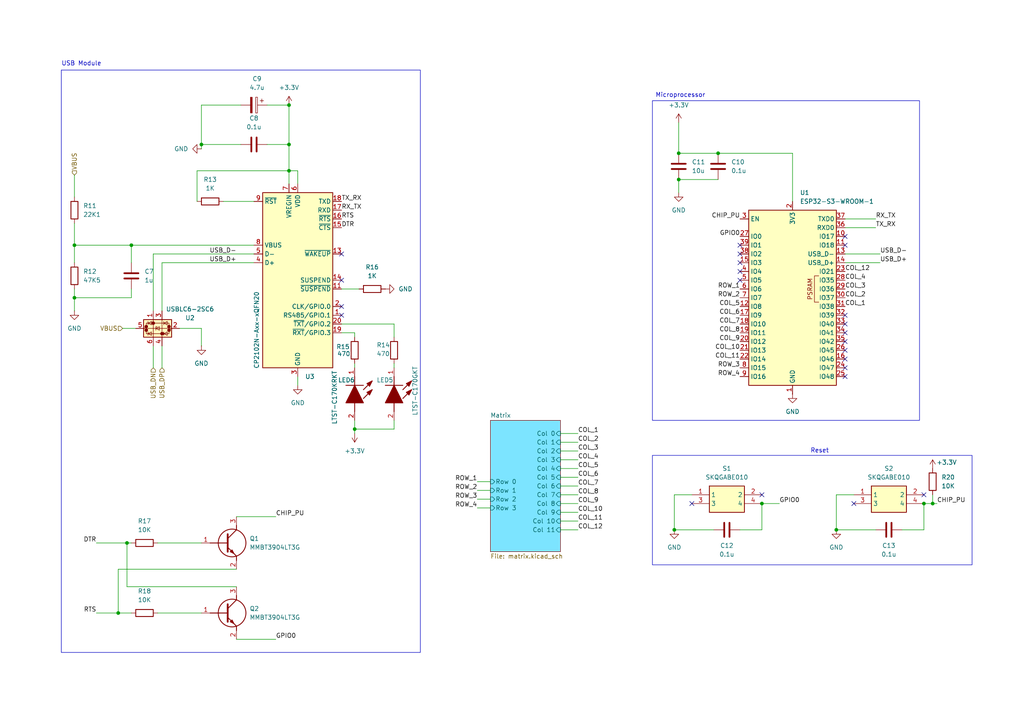
<source format=kicad_sch>
(kicad_sch (version 20250114) (generator "eeschema") (generator_version "9.0")
  (paper "A4")
  (lib_symbols
    (symbol "Device:C" (pin_numbers (hide yes)) (pin_names (offset 0.254))
      (property "Reference" "C" (at 0.635 2.54 0))
      (property "Value" "C" (at 0.635 -2.54 0))
      (symbol "C_0_1"
        (polyline (pts (xy -2.032 0.762) (xy 2.032 0.762)) (stroke (width 0.508)))
        (polyline (pts (xy -2.032 -0.762) (xy 2.032 -0.762)) (stroke (width 0.508)))
      )
      (symbol "C_1_1"
        (pin passive line (at 0 3.81 270) (length 2.794) (name "~") (number "1"))
        (pin passive line (at 0 -3.81 90) (length 2.794) (name "~") (number "2"))
      )
    )
    (symbol "Device:C_Polarized" (pin_numbers (hide yes)) (pin_names (offset 0.254))
      (property "Reference" "C" (at 0.635 2.54 0))
      (property "Value" "C_Polarized" (at 0.635 -2.54 0))
      (symbol "C_Polarized_0_1"
        (rectangle (start -2.286 0.508) (end 2.286 1.016))
        (polyline (pts (xy -1.778 2.286) (xy -0.762 2.286)))
        (polyline (pts (xy -1.27 2.794) (xy -1.27 1.778)))
        (rectangle (start 2.286 -0.508) (end -2.286 -1.016) (fill (type outline)))
      )
      (symbol "C_Polarized_1_1"
        (pin passive line (at 0 3.81 270) (length 2.794) (name "~") (number "1"))
        (pin passive line (at 0 -3.81 90) (length 2.794) (name "~") (number "2"))
      )
    )
    (symbol "Device:R" (pin_numbers (hide yes)) (pin_names (offset 0))
      (property "Reference" "R" (at 2.032 0 90))
      (property "Value" "R" (at 0 0 90))
      (symbol "R_0_1"
        (rectangle (start -1.016 -2.54) (end 1.016 2.54) (stroke (width 0.254)))
      )
      (symbol "R_1_1"
        (pin passive line (at 0 3.81 270) (length 1.27) (name "~") (number "1"))
        (pin passive line (at 0 -3.81 90) (length 1.27) (name "~") (number "2"))
      )
    )
    (symbol "Interface_USB:CP2102N-Axx-xQFN20"
      (property "Reference" "U" (at -8.89 26.67 0))
      (property "Value" "CP2102N-Axx-xQFN20" (at 12.7 26.67 0))
      (symbol "CP2102N-Axx-xQFN20_0_1"
        (rectangle (start -10.16 25.4) (end 10.16 -25.4) (stroke (width 0.254)) (fill (type background)))
      )
      (symbol "CP2102N-Axx-xQFN20_1_1"
        (pin input line (at -12.7 22.86 0) (length 2.54) (name "~{RST}") (number "9"))
        (pin input line (at -12.7 10.16 0) (length 2.54) (name "VBUS") (number "8"))
        (pin bidirectional line (at -12.7 7.62 0) (length 2.54) (name "D-") (number "5"))
        (pin bidirectional line (at -12.7 5.08 0) (length 2.54) (name "D+") (number "4"))
        (pin no_connect line (at -10.16 -22.86 0) (length 2.54) (hide yes) (name "NC") (number "10"))
        (pin power_in line (at -2.54 27.94 270) (length 2.54) (name "VREGIN") (number "7"))
        (pin power_in line (at 0 27.94 270) (length 2.54) (name "VDD") (number "6"))
        (pin passive line (at 0 -27.94 90) (length 2.54) (hide yes) (name "GND") (number "12"))
        (pin passive line (at 0 -27.94 90) (length 2.54) (hide yes) (name "GND") (number "21"))
        (pin power_in line (at 0 -27.94 90) (length 2.54) (name "GND") (number "3"))
        (pin output line (at 12.7 22.86 180) (length 2.54) (name "TXD") (number "18"))
        (pin input line (at 12.7 20.32 180) (length 2.54) (name "RXD") (number "17"))
        (pin output line (at 12.7 17.78 180) (length 2.54) (name "~{RTS}") (number "16"))
        (pin input line (at 12.7 15.24 180) (length 2.54) (name "~{CTS}") (number "15"))
        (pin input line (at 12.7 7.62 180) (length 2.54) (name "~{WAKEUP}") (number "13"))
        (pin output line (at 12.7 0 180) (length 2.54) (name "SUSPEND") (number "14"))
        (pin output line (at 12.7 -2.54 180) (length 2.54) (name "~{SUSPEND}") (number "11"))
        (pin bidirectional line (at 12.7 -7.62 180) (length 2.54) (name "CLK/GPIO.0") (number "2"))
        (pin bidirectional line (at 12.7 -10.16 180) (length 2.54) (name "RS485/GPIO.1") (number "1"))
        (pin bidirectional line (at 12.7 -12.7 180) (length 2.54) (name "~{TXT}/GPIO.2") (number "20"))
        (pin bidirectional line (at 12.7 -15.24 180) (length 2.54) (name "~{RXT}/GPIO.3") (number "19"))
      )
    )
    (symbol "LTST-C170GKT:LTST-C170GKT" (pin_names (hide yes))
      (property "Reference" "LED" (at 12.7 8.89 0))
      (property "Value" "LTST-C170GKT" (at 12.7 6.35 0))
      (symbol "LTST-C170GKT_1_1"
        (polyline (pts (xy 2.54 0) (xy 5.08 0)) (stroke (width 0.254)))
        (polyline (pts (xy 5.08 2.54) (xy 5.08 -2.54)) (stroke (width 0.254)))
        (polyline (pts (xy 5.08 0) (xy 10.16 2.54) (xy 10.16 -2.54) (xy 5.08 0)) (stroke (width 0.254)) (fill (type outline)))
        (polyline (pts (xy 5.334 4.318) (xy 4.572 3.556) (xy 3.81 5.08) (xy 5.334 4.318)) (stroke (width 0.254)) (fill (type outline)))
        (polyline (pts (xy 6.35 2.54) (xy 3.81 5.08)) (stroke (width 0.254)))
        (polyline (pts (xy 7.874 4.318) (xy 7.112 3.556) (xy 6.35 5.08) (xy 7.874 4.318)) (stroke (width 0.254)) (fill (type outline)))
        (polyline (pts (xy 8.89 2.54) (xy 6.35 5.08)) (stroke (width 0.254)))
        (polyline (pts (xy 10.16 0) (xy 12.7 0)) (stroke (width 0.254)))
        (pin passive line (at 0 0 0) (length 2.54) (name "K") (number "1"))
        (pin passive line (at 15.24 0 180) (length 2.54) (name "A") (number "2"))
      )
    )
    (symbol "LTST-C170KRKT:LTST-C170KRKT" (pin_names (hide yes))
      (property "Reference" "LED" (at 12.7 8.89 0))
      (property "Value" "LTST-C170KRKT" (at 12.7 6.35 0))
      (symbol "LTST-C170KRKT_1_1"
        (polyline (pts (xy 2.54 0) (xy 5.08 0)) (stroke (width 0.254)))
        (polyline (pts (xy 5.08 2.54) (xy 5.08 -2.54)) (stroke (width 0.254)))
        (polyline (pts (xy 5.08 0) (xy 10.16 2.54) (xy 10.16 -2.54) (xy 5.08 0)) (stroke (width 0.254)) (fill (type outline)))
        (polyline (pts (xy 5.334 4.318) (xy 4.572 3.556) (xy 3.81 5.08) (xy 5.334 4.318)) (stroke (width 0.254)) (fill (type outline)))
        (polyline (pts (xy 6.35 2.54) (xy 3.81 5.08)) (stroke (width 0.254)))
        (polyline (pts (xy 7.874 4.318) (xy 7.112 3.556) (xy 6.35 5.08) (xy 7.874 4.318)) (stroke (width 0.254)) (fill (type outline)))
        (polyline (pts (xy 8.89 2.54) (xy 6.35 5.08)) (stroke (width 0.254)))
        (polyline (pts (xy 10.16 0) (xy 12.7 0)) (stroke (width 0.254)))
        (pin passive line (at 0 0 0) (length 2.54) (name "K") (number "1"))
        (pin passive line (at 15.24 0 180) (length 2.54) (name "A") (number "2"))
      )
    )
    (symbol "MMBT3904LT3G:MMBT3904LT3G" (pin_names (hide yes))
      (property "Reference" "Q" (at 13.97 1.27 0))
      (property "Value" "MMBT3904LT3G" (at 13.97 -1.27 0))
      (symbol "MMBT3904LT3G_1_1"
        (polyline (pts (xy 2.54 0) (xy 7.62 0)) (stroke (width 0.254)))
        (polyline (pts (xy 7.62 2.54) (xy 7.62 -2.54)) (stroke (width 0.508)))
        (polyline (pts (xy 7.62 1.27) (xy 10.16 3.81)) (stroke (width 0.254)))
        (polyline (pts (xy 7.62 -1.27) (xy 10.16 -3.81)) (stroke (width 0.254)))
        (polyline (pts (xy 8.382 -2.54) (xy 8.89 -2.032) (xy 9.398 -3.048) (xy 8.382 -2.54)) (stroke (width 0.254)) (fill (type outline)))
        (circle (center 8.89 0) (radius 4.016) (stroke (width 0.254)))
        (polyline (pts (xy 10.16 3.81) (xy 10.16 5.08)) (stroke (width 0.254)))
        (polyline (pts (xy 10.16 -3.81) (xy 10.16 -5.08)) (stroke (width 0.254)))
        (pin passive line (at 0 0 0) (length 2.54) (name "B") (number "1"))
        (pin passive line (at 10.16 7.62 270) (length 2.54) (name "C") (number "3"))
        (pin passive line (at 10.16 -7.62 90) (length 2.54) (name "E") (number "2"))
      )
    )
    (symbol "Power_Protection:USBLC6-2SC6" (pin_names (hide yes))
      (property "Reference" "U" (at 0.635 5.715 0))
      (property "Value" "USBLC6-2SC6" (at 0.635 3.81 0))
      (symbol "USBLC6-2SC6_0_0"
        (circle (center -1.524 0) (radius 0.0001) (stroke (width 0.508)))
        (circle (center -0.508 2.032) (radius 0.0001) (stroke (width 0.508)))
        (circle (center -0.508 -4.572) (radius 0.0001) (stroke (width 0.508)))
        (circle (center 0.508 2.032) (radius 0.0001) (stroke (width 0.508)))
        (circle (center 0.508 -4.572) (radius 0.0001) (stroke (width 0.508)))
        (circle (center 1.524 -2.54) (radius 0.0001) (stroke (width 0.508)))
      )
      (symbol "USBLC6-2SC6_0_1"
        (polyline (pts (xy -2.54 0) (xy 2.54 0)))
        (polyline (pts (xy -2.54 -2.54) (xy 2.54 -2.54)))
        (polyline (pts (xy -2.032 0.508) (xy -1.016 0.508) (xy -1.524 1.524) (xy -2.032 0.508)))
        (polyline (pts (xy -2.032 -3.048) (xy -1.016 -3.048)))
        (polyline (pts (xy -1.016 1.524) (xy -2.032 1.524)))
        (polyline (pts (xy -1.016 -4.064) (xy -2.032 -4.064) (xy -1.524 -3.048) (xy -1.016 -4.064)))
        (polyline (pts (xy -0.508 -1.143) (xy -0.508 -0.762) (xy 0.508 -0.762)))
        (polyline (pts (xy 0 2.54) (xy -0.508 2.032) (xy 0.508 2.032) (xy 0 1.524) (xy 0 -4.064) (xy -0.508 -4.572) (xy 0.508 -4.572) (xy 0 -5.08)))
        (polyline (pts (xy 0.508 -1.778) (xy -0.508 -1.778) (xy 0 -0.762) (xy 0.508 -1.778)))
        (polyline (pts (xy 1.016 1.524) (xy 2.032 1.524)))
        (polyline (pts (xy 1.016 -3.048) (xy 2.032 -3.048)))
        (polyline (pts (xy 2.032 0.508) (xy 1.016 0.508) (xy 1.524 1.524) (xy 2.032 0.508)))
        (polyline (pts (xy 2.032 -4.064) (xy 1.016 -4.064) (xy 1.524 -3.048) (xy 2.032 -4.064)))
      )
      (symbol "USBLC6-2SC6_1_1"
        (rectangle (start -2.54 2.794) (end 2.54 -5.334) (stroke (width 0.254)) (fill (type background)))
        (polyline (pts (xy -0.508 2.032) (xy -1.524 2.032) (xy -1.524 -4.572) (xy -0.508 -4.572)))
        (polyline (pts (xy 0.508 -4.572) (xy 1.524 -4.572) (xy 1.524 2.032) (xy 0.508 2.032)))
        (pin passive line (at -5.08 0 0) (length 2.54) (name "I/O1") (number "1"))
        (pin passive line (at -5.08 -2.54 0) (length 2.54) (name "I/O2") (number "3"))
        (pin passive line (at 0 5.08 270) (length 2.54) (name "VBUS") (number "5"))
        (pin passive line (at 0 -7.62 90) (length 2.54) (name "GND") (number "2"))
        (pin passive line (at 5.08 0 180) (length 2.54) (name "I/O1") (number "6"))
        (pin passive line (at 5.08 -2.54 180) (length 2.54) (name "I/O2") (number "4"))
      )
    )
    (symbol "RF_Module:ESP32-S3-WROOM-1"
      (property "Reference" "U" (at -12.7 26.67 0))
      (property "Value" "ESP32-S3-WROOM-1" (at 12.7 26.67 0))
      (symbol "ESP32-S3-WROOM-1_0_0"
        (rectangle (start -12.7 25.4) (end 12.7 -25.4) (stroke (width 0.254)) (fill (type background)))
        (text "PSRAM" (at 5.08 2.54 900) (effects (font (size 1.27 1.27))))
      )
      (symbol "ESP32-S3-WROOM-1_0_1"
        (polyline (pts (xy 7.62 -1.27) (xy 6.35 -1.27) (xy 6.35 6.35) (xy 7.62 6.35)))
      )
      (symbol "ESP32-S3-WROOM-1_1_1"
        (pin input line (at -15.24 22.86 0) (length 2.54) (name "EN") (number "3"))
        (pin bidirectional line (at -15.24 17.78 0) (length 2.54) (name "IO0") (number "27"))
        (pin bidirectional line (at -15.24 15.24 0) (length 2.54) (name "IO1") (number "39"))
        (pin bidirectional line (at -15.24 12.7 0) (length 2.54) (name "IO2") (number "38"))
        (pin bidirectional line (at -15.24 10.16 0) (length 2.54) (name "IO3") (number "15"))
        (pin bidirectional line (at -15.24 7.62 0) (length 2.54) (name "IO4") (number "4"))
        (pin bidirectional line (at -15.24 5.08 0) (length 2.54) (name "IO5") (number "5"))
        (pin bidirectional line (at -15.24 2.54 0) (length 2.54) (name "IO6") (number "6"))
        (pin bidirectional line (at -15.24 0 0) (length 2.54) (name "IO7") (number "7"))
        (pin bidirectional line (at -15.24 -2.54 0) (length 2.54) (name "IO8") (number "12"))
        (pin bidirectional line (at -15.24 -5.08 0) (length 2.54) (name "IO9") (number "17"))
        (pin bidirectional line (at -15.24 -7.62 0) (length 2.54) (name "IO10") (number "18"))
        (pin bidirectional line (at -15.24 -10.16 0) (length 2.54) (name "IO11") (number "19"))
        (pin bidirectional line (at -15.24 -12.7 0) (length 2.54) (name "IO12") (number "20"))
        (pin bidirectional line (at -15.24 -15.24 0) (length 2.54) (name "IO13") (number "21"))
        (pin bidirectional line (at -15.24 -17.78 0) (length 2.54) (name "IO14") (number "22"))
        (pin bidirectional line (at -15.24 -20.32 0) (length 2.54) (name "IO15") (number "8"))
        (pin bidirectional line (at -15.24 -22.86 0) (length 2.54) (name "IO16") (number "9"))
        (pin power_in line (at 0 27.94 270) (length 2.54) (name "3V3") (number "2"))
        (pin power_in line (at 0 -27.94 90) (length 2.54) (name "GND") (number "1"))
        (pin passive line (at 0 -27.94 90) (length 2.54) (hide yes) (name "GND") (number "40"))
        (pin passive line (at 0 -27.94 90) (length 2.54) (hide yes) (name "GND") (number "41"))
        (pin bidirectional line (at 15.24 22.86 180) (length 2.54) (name "TXD0") (number "37"))
        (pin bidirectional line (at 15.24 20.32 180) (length 2.54) (name "RXD0") (number "36"))
        (pin bidirectional line (at 15.24 17.78 180) (length 2.54) (name "IO17") (number "10"))
        (pin bidirectional line (at 15.24 15.24 180) (length 2.54) (name "IO18") (number "11"))
        (pin bidirectional line (at 15.24 12.7 180) (length 2.54) (name "USB_D-") (number "13"))
        (pin bidirectional line (at 15.24 10.16 180) (length 2.54) (name "USB_D+") (number "14"))
        (pin bidirectional line (at 15.24 7.62 180) (length 2.54) (name "IO21") (number "23"))
        (pin bidirectional line (at 15.24 5.08 180) (length 2.54) (name "IO35") (number "28"))
        (pin bidirectional line (at 15.24 2.54 180) (length 2.54) (name "IO36") (number "29"))
        (pin bidirectional line (at 15.24 0 180) (length 2.54) (name "IO37") (number "30"))
        (pin bidirectional line (at 15.24 -2.54 180) (length 2.54) (name "IO38") (number "31"))
        (pin bidirectional line (at 15.24 -5.08 180) (length 2.54) (name "IO39") (number "32"))
        (pin bidirectional line (at 15.24 -7.62 180) (length 2.54) (name "IO40") (number "33"))
        (pin bidirectional line (at 15.24 -10.16 180) (length 2.54) (name "IO41") (number "34"))
        (pin bidirectional line (at 15.24 -12.7 180) (length 2.54) (name "IO42") (number "35"))
        (pin bidirectional line (at 15.24 -15.24 180) (length 2.54) (name "IO45") (number "26"))
        (pin bidirectional line (at 15.24 -17.78 180) (length 2.54) (name "IO46") (number "16"))
        (pin bidirectional line (at 15.24 -20.32 180) (length 2.54) (name "IO47") (number "24"))
        (pin bidirectional line (at 15.24 -22.86 180) (length 2.54) (name "IO48") (number "25"))
      )
    )
    (symbol "SKQGABE010:SKQGABE010"
      (property "Reference" "S" (at 16.51 7.62 0))
      (property "Value" "SKQGABE010" (at 16.51 5.08 0))
      (symbol "SKQGABE010_1_1"
        (rectangle (start 5.08 2.54) (end 15.24 -5.08) (stroke (width 0.254)) (fill (type background)))
        (pin passive line (at 0 0 0) (length 5.08) (name "1") (number "1"))
        (pin passive line (at 0 -2.54 0) (length 5.08) (name "3") (number "3"))
        (pin passive line (at 20.32 0 180) (length 5.08) (name "2") (number "2"))
        (pin passive line (at 20.32 -2.54 180) (length 5.08) (name "4") (number "4"))
      )
    )
    (symbol "power:+3.3V" (power) (pin_numbers (hide yes)) (pin_names (offset 0) (hide yes))
      (property "Value" "+3.3V" (at 0 3.556 0))
      (symbol "+3.3V_0_1"
        (polyline (pts (xy -0.762 1.27) (xy 0 2.54)))
        (polyline (pts (xy 0 2.54) (xy 0.762 1.27)))
        (polyline (pts (xy 0 0) (xy 0 2.54)))
      )
      (symbol "+3.3V_1_1"
        (pin power_in line (at 0 0 90) (length 0) (name "~") (number "1"))
      )
    )
    (symbol "power:GND" (power) (pin_numbers (hide yes)) (pin_names (offset 0) (hide yes))
      (property "Value" "GND" (at 0 -3.81 0))
      (symbol "GND_0_1"
        (polyline (pts (xy 0 0) (xy 0 -1.27) (xy 1.27 -1.27) (xy 0 -2.54) (xy -1.27 -1.27) (xy 0 -1.27)))
      )
      (symbol "GND_1_1"
        (pin power_in line (at 0 0 270) (length 0) (name "~") (number "1"))
      )
    )
  )
  (rectangle (start 189.23 132.08) (end 281.94 163.83))
  (rectangle (start 189.23 29.21) (end 266.7 121.92))
  (rectangle (start 17.78 20.32) (end 121.92 189.23))
  (text "USB Module\n" (at 23.622 18.542 0) (effects (font (size 1.27 1.27))))
  (text "Reset" (at 237.744 130.81 0) (effects (font (size 1.27 1.27))))
  (text "Microprocessor\n" (at 197.358 27.686 0) (effects (font (size 1.27 1.27))))
  (junction (at 21.59 86.36))
  (junction (at 83.82 41.91))
  (junction (at 220.98 146.05))
  (junction (at 270.51 146.05))
  (junction (at 34.29 177.8))
  (junction (at 195.58 153.67))
  (junction (at 83.82 49.53))
  (junction (at 102.87 124.46))
  (junction (at 21.59 71.12))
  (junction (at 196.85 44.45))
  (junction (at 83.82 30.48))
  (junction (at 36.83 157.48))
  (junction (at 38.1 71.12))
  (junction (at 267.97 146.05))
  (junction (at 208.28 44.45))
  (junction (at 242.57 153.67))
  (junction (at 196.85 52.07))
  (junction (at 58.42 41.91))
  (no_connect (at 214.63 73.66))
  (no_connect (at 214.63 76.2))
  (no_connect (at 214.63 71.12))
  (no_connect (at 245.11 96.52))
  (no_connect (at 214.63 78.74))
  (no_connect (at 245.11 104.14))
  (no_connect (at 220.98 143.51))
  (no_connect (at 99.06 88.9))
  (no_connect (at 245.11 91.44))
  (no_connect (at 99.06 81.28))
  (no_connect (at 245.11 99.06))
  (no_connect (at 99.06 91.44))
  (no_connect (at 200.66 146.05))
  (no_connect (at 267.97 143.51))
  (no_connect (at 245.11 106.68))
  (no_connect (at 245.11 93.98))
  (no_connect (at 245.11 109.22))
  (no_connect (at 245.11 101.6))
  (no_connect (at 214.63 81.28))
  (no_connect (at 247.65 146.05))
  (no_connect (at 99.06 73.66))
  (no_connect (at 245.11 68.58))
  (no_connect (at 245.11 71.12))
  (wire (pts (xy 99.06 96.52) (xy 102.87 96.52)))
  (wire (pts (xy 68.58 149.86) (xy 80.01 149.86)))
  (wire (pts (xy 242.57 153.67) (xy 242.57 143.51)))
  (wire (pts (xy 57.15 58.42) (xy 57.15 49.53)))
  (wire (pts (xy 36.83 170.18) (xy 36.83 157.48)))
  (wire (pts (xy 46.99 90.17) (xy 46.99 76.2)))
  (wire (pts (xy 38.1 71.12) (xy 38.1 76.2)))
  (wire (pts (xy 162.56 138.43) (xy 167.64 138.43)))
  (wire (pts (xy 102.87 124.46) (xy 102.87 125.73)))
  (wire (pts (xy 68.58 185.42) (xy 80.01 185.42)))
  (wire (pts (xy 102.87 96.52) (xy 102.87 97.79)))
  (wire (pts (xy 270.51 143.51) (xy 270.51 146.05)))
  (wire (pts (xy 45.72 177.8) (xy 58.42 177.8)))
  (wire (pts (xy 83.82 30.48) (xy 83.82 41.91)))
  (wire (pts (xy 36.83 157.48) (xy 38.1 157.48)))
  (wire (pts (xy 21.59 71.12) (xy 21.59 76.2)))
  (wire (pts (xy 162.56 133.35) (xy 167.64 133.35)))
  (wire (pts (xy 69.85 30.48) (xy 58.42 30.48)))
  (wire (pts (xy 195.58 153.67) (xy 195.58 143.51)))
  (wire (pts (xy 68.58 165.1) (xy 34.29 165.1)))
  (wire (pts (xy 83.82 41.91) (xy 83.82 49.53)))
  (wire (pts (xy 267.97 146.05) (xy 267.97 153.67)))
  (wire (pts (xy 83.82 49.53) (xy 83.82 53.34)))
  (wire (pts (xy 27.94 177.8) (xy 34.29 177.8)))
  (wire (pts (xy 86.36 49.53) (xy 83.82 49.53)))
  (wire (pts (xy 35.56 95.25) (xy 39.37 95.25)))
  (wire (pts (xy 162.56 148.59) (xy 167.64 148.59)))
  (wire (pts (xy 46.99 76.2) (xy 73.66 76.2)))
  (wire (pts (xy 38.1 83.82) (xy 38.1 86.36)))
  (wire (pts (xy 102.87 121.92) (xy 102.87 124.46)))
  (wire (pts (xy 242.57 153.67) (xy 254 153.67)))
  (wire (pts (xy 267.97 153.67) (xy 261.62 153.67)))
  (wire (pts (xy 46.99 100.33) (xy 46.99 106.68)))
  (wire (pts (xy 196.85 44.45) (xy 208.28 44.45)))
  (wire (pts (xy 21.59 90.17) (xy 21.59 86.36)))
  (wire (pts (xy 162.56 130.81) (xy 167.64 130.81)))
  (wire (pts (xy 220.98 146.05) (xy 220.98 153.67)))
  (wire (pts (xy 245.11 76.2) (xy 255.27 76.2)))
  (wire (pts (xy 229.87 58.42) (xy 229.87 44.45)))
  (wire (pts (xy 21.59 71.12) (xy 38.1 71.12)))
  (wire (pts (xy 245.11 66.04) (xy 254 66.04)))
  (wire (pts (xy 138.43 139.7) (xy 142.24 139.7)))
  (wire (pts (xy 162.56 125.73) (xy 167.64 125.73)))
  (wire (pts (xy 138.43 144.78) (xy 142.24 144.78)))
  (wire (pts (xy 86.36 53.34) (xy 86.36 49.53)))
  (wire (pts (xy 38.1 86.36) (xy 21.59 86.36)))
  (wire (pts (xy 44.45 73.66) (xy 73.66 73.66)))
  (wire (pts (xy 99.06 93.98) (xy 114.3 93.98)))
  (wire (pts (xy 21.59 50.8) (xy 21.59 57.15)))
  (wire (pts (xy 21.59 64.77) (xy 21.59 71.12)))
  (wire (pts (xy 242.57 143.51) (xy 247.65 143.51)))
  (wire (pts (xy 162.56 135.89) (xy 167.64 135.89)))
  (wire (pts (xy 21.59 86.36) (xy 21.59 83.82)))
  (wire (pts (xy 162.56 151.13) (xy 167.64 151.13)))
  (wire (pts (xy 114.3 105.41) (xy 114.3 106.68)))
  (wire (pts (xy 102.87 105.41) (xy 102.87 106.68)))
  (wire (pts (xy 162.56 140.97) (xy 167.64 140.97)))
  (wire (pts (xy 27.94 157.48) (xy 36.83 157.48)))
  (wire (pts (xy 138.43 142.24) (xy 142.24 142.24)))
  (wire (pts (xy 34.29 165.1) (xy 34.29 177.8)))
  (wire (pts (xy 68.58 170.18) (xy 36.83 170.18)))
  (wire (pts (xy 52.07 95.25) (xy 58.42 95.25)))
  (wire (pts (xy 44.45 90.17) (xy 44.45 73.66)))
  (wire (pts (xy 114.3 124.46) (xy 102.87 124.46)))
  (wire (pts (xy 270.51 146.05) (xy 271.78 146.05)))
  (wire (pts (xy 267.97 146.05) (xy 270.51 146.05)))
  (wire (pts (xy 114.3 93.98) (xy 114.3 97.79)))
  (wire (pts (xy 58.42 30.48) (xy 58.42 41.91)))
  (wire (pts (xy 195.58 153.67) (xy 207.01 153.67)))
  (wire (pts (xy 58.42 95.25) (xy 58.42 100.33)))
  (wire (pts (xy 220.98 153.67) (xy 214.63 153.67)))
  (wire (pts (xy 77.47 30.48) (xy 83.82 30.48)))
  (wire (pts (xy 77.47 41.91) (xy 83.82 41.91)))
  (wire (pts (xy 69.85 41.91) (xy 58.42 41.91)))
  (wire (pts (xy 245.11 63.5) (xy 254 63.5)))
  (wire (pts (xy 220.98 146.05) (xy 226.06 146.05)))
  (wire (pts (xy 64.77 58.42) (xy 73.66 58.42)))
  (wire (pts (xy 138.43 147.32) (xy 142.24 147.32)))
  (wire (pts (xy 196.85 35.56) (xy 196.85 44.45)))
  (wire (pts (xy 245.11 73.66) (xy 255.27 73.66)))
  (wire (pts (xy 45.72 157.48) (xy 58.42 157.48)))
  (wire (pts (xy 57.15 49.53) (xy 83.82 49.53)))
  (wire (pts (xy 34.29 177.8) (xy 38.1 177.8)))
  (wire (pts (xy 162.56 143.51) (xy 167.64 143.51)))
  (wire (pts (xy 99.06 83.82) (xy 104.14 83.82)))
  (wire (pts (xy 229.87 44.45) (xy 208.28 44.45)))
  (wire (pts (xy 162.56 153.67) (xy 167.64 153.67)))
  (wire (pts (xy 38.1 71.12) (xy 73.66 71.12)))
  (wire (pts (xy 44.45 100.33) (xy 44.45 106.68)))
  (wire (pts (xy 114.3 121.92) (xy 114.3 124.46)))
  (wire (pts (xy 195.58 143.51) (xy 200.66 143.51)))
  (wire (pts (xy 196.85 52.07) (xy 196.85 55.88)))
  (wire (pts (xy 162.56 146.05) (xy 167.64 146.05)))
  (wire (pts (xy 162.56 128.27) (xy 167.64 128.27)))
  (wire (pts (xy 208.28 52.07) (xy 196.85 52.07)))
  (wire (pts (xy 86.36 109.22) (xy 86.36 111.76)))
  (wire (pts (xy 58.42 41.91) (xy 58.42 43.18)))
  (label "RTS" (at 27.94 177.8 180))
  (label "COL_11" (at 167.64 151.13 0))
  (label "COL_1" (at 167.64 125.73 0))
  (label "COL_12" (at 245.11 78.74 0))
  (label "CHIP_PU" (at 80.01 149.86 0))
  (label "ROW_3" (at 214.63 106.68 180))
  (label "ROW_2" (at 138.43 142.24 180))
  (label "CHIP_PU" (at 214.63 63.5 180))
  (label "GPIO0" (at 214.63 68.58 180))
  (label "CHIP_PU" (at 271.78 146.05 0))
  (label "COL_9" (at 167.64 146.05 0))
  (label "ROW_2" (at 214.63 86.36 180))
  (label "COL_2" (at 167.64 128.27 0))
  (label "COL_8" (at 167.64 143.51 0))
  (label "ROW_3" (at 138.43 144.78 180))
  (label "RX_TX" (at 254 63.5 0))
  (label "COL_10" (at 167.64 148.59 0))
  (label "COL_8" (at 214.63 96.52 180))
  (label "COL_5" (at 167.64 135.89 0))
  (label "USB_D-" (at 68.58 73.66 180))
  (label "DTR" (at 27.94 157.48 180))
  (label "COL_12" (at 167.64 153.67 0))
  (label "COL_4" (at 245.11 81.28 0))
  (label "COL_2" (at 245.11 86.36 0))
  (label "COL_9" (at 214.63 99.06 180))
  (label "COL_11" (at 214.63 104.14 180))
  (label "USB_D+" (at 255.27 76.2 0))
  (label "TX_RX" (at 254 66.04 0))
  (label "COL_3" (at 167.64 130.81 0))
  (label "TX_RX" (at 99.06 58.42 0))
  (label "COL_7" (at 167.64 140.97 0))
  (label "USB_D-" (at 255.27 73.66 0))
  (label "COL_7" (at 214.63 93.98 180))
  (label "DTR" (at 99.06 66.04 0))
  (label "COL_10" (at 214.63 101.6 180))
  (label "RTS" (at 99.06 63.5 0))
  (label "ROW_1" (at 214.63 83.82 180))
  (label "ROW_1" (at 138.43 139.7 180))
  (label "GPIO0" (at 80.01 185.42 0))
  (label "COL_3" (at 245.11 83.82 0))
  (label "ROW_4" (at 214.63 109.22 180))
  (label "COL_4" (at 167.64 133.35 0))
  (label "COL_6" (at 214.63 91.44 180))
  (label "COL_1" (at 245.11 88.9 0))
  (label "GPIO0" (at 226.06 146.05 0))
  (label "RX_TX" (at 99.06 60.96 0))
  (label "COL_5" (at 214.63 88.9 180))
  (label "USB_D+" (at 68.58 76.2 180))
  (label "COL_6" (at 167.64 138.43 0))
  (label "ROW_4" (at 138.43 147.32 180))
  (hierarchical_label "USB_DN" (shape input) (at 44.45 106.68 270))
  (hierarchical_label "VBUS" (shape input) (at 21.59 50.8 90))
  (hierarchical_label "VBUS" (shape input) (at 35.56 95.25 180))
  (hierarchical_label "USB_DP" (shape input) (at 46.99 106.68 270))
  (symbol (lib_id "Device:C") (at 38.1 80.01 0) (unit 1)
    (property "Reference" "C7" (at 41.91 78.7399 0) (effects (justify left)))
    (property "Value" "1u" (at 41.91 81.2799 0) (effects (justify left)))
    (property "Footprint" "Capacitor_SMD:C_0805_2012Metric_Pad1.18x1.45mm_HandSolder" (effects (hide yes)))
    (property "Description" "Unpolarized capacitor" (effects (hide yes)))
  )
  (symbol (lib_id "Device:C") (at 257.81 153.67 270) (unit 1)
    (property "Reference" "C13" (at 257.81 158.242 90))
    (property "Value" "0.1u" (at 257.81 160.782 90))
    (property "Footprint" "Capacitor_SMD:C_0805_2012Metric_Pad1.18x1.45mm_HandSolder" (effects (hide yes)))
    (property "Description" "Unpolarized capacitor" (effects (hide yes)))
  )
  (symbol (lib_id "Device:C") (at 196.85 48.26 0) (unit 1)
    (property "Reference" "C11" (at 200.66 46.9899 0) (effects (justify left)))
    (property "Value" "10u" (at 200.66 49.5299 0) (effects (justify left)))
    (property "Footprint" "Capacitor_SMD:C_0805_2012Metric_Pad1.18x1.45mm_HandSolder" (effects (hide yes)))
    (property "Description" "Unpolarized capacitor" (effects (hide yes)))
  )
  (symbol (lib_id "power:GND") (at 21.59 90.17 0) (unit 1)
    (property "Reference" "#PWR019" (effects (hide yes)))
    (property "Value" "GND" (at 21.59 95.25 0))
    (property "Description" "Power symbol creates a global label with name \"GND\" , ground" (effects (hide yes)))
  )
  (symbol (lib_id "LTST-C170GKT:LTST-C170GKT") (at 114.3 106.68 270) (unit 1)
    (property "Reference" "LED5" (at 109.22 110.236 90) (effects (justify left)))
    (property "Value" "LTST-C170GKT" (at 120.396 106.172 0) (effects (justify left)))
    (property "Footprint" "LED_SMD:LED_0805_2012Metric_Pad1.15x1.40mm_HandSolder" (effects (hide yes)))
    (property "Datasheet" "https://mm.digikey.com/Volume0/opasdata/d220001/medias/docus/895/LTST-C170GKT.pdf" (effects (hide yes)))
    (property "Description" "LED,SMD,0805,Green,6mcd,130deg Lite-On LTST-C170GKT, CHIPLED 0805 Series Green LED, 569 nm 2012 (0805), Rectangle Lens SMD package" (effects (hide yes)))
    (property "Height" "1.2" (effects (hide yes)))
    (property "Mouser Part Number" "859-LTST-C170GKT" (effects (hide yes)))
    (property "Mouser Price/Stock" "https://www.mouser.co.uk/ProductDetail/Lite-On/LTST-C170GKT?qs=%2FSqKn2EfXQSV5aRij3YIfQ%3D%3D" (effects (hide yes)))
    (property "Manufacturer_Name" "Lite-On" (effects (hide yes)))
    (property "Manufacturer_Part_Number" "LTST-C170GKT" (effects (hide yes)))
  )
  (symbol (lib_id "SKQGABE010:SKQGABE010") (at 247.65 143.51 0) (unit 1)
    (property "Reference" "S2" (at 257.81 135.89 0))
    (property "Value" "SKQGABE010" (at 257.81 138.43 0))
    (property "Footprint" "Button_Switch_SMD:SW_SPST_SKQG_WithStem" (effects (hide yes)))
    (property "Datasheet" "http://www.alps.com/prod/info/E/HTML/Tact/SurfaceMount/SKQG/SKQGABE010.html" (effects (hide yes)))
    (property "Description" "Tact switch,SMT,SPST,with stem,1.57N o/f Stem Tactile Switch, SPST-NO 50 mA 1.5mm" (effects (hide yes)))
    (property "Mouser Part Number" "688-SKQGAB" (effects (hide yes)))
    (property "Mouser Price/Stock" "https://www.mouser.co.uk/ProductDetail/Alps-Alpine/SKQGABE010?qs=N5Jky1br14NGdH0AMYxewQ%3D%3D" (effects (hide yes)))
    (property "Manufacturer_Name" "ALPS Electric" (effects (hide yes)))
    (property "Manufacturer_Part_Number" "SKQGABE010" (effects (hide yes)))
  )
  (symbol (lib_id "Device:R") (at 270.51 139.7 0) (unit 1)
    (property "Reference" "R20" (at 273.05 138.4299 0) (effects (justify left)))
    (property "Value" "10K" (at 273.05 140.9699 0) (effects (justify left)))
    (property "Footprint" "Resistor_SMD:R_0805_2012Metric_Pad1.20x1.40mm_HandSolder" (effects (hide yes)))
    (property "Description" "Resistor" (effects (hide yes)))
  )
  (symbol (lib_id "Device:C") (at 73.66 41.91 90) (unit 1)
    (property "Reference" "C8" (at 73.66 34.29 90))
    (property "Value" "0.1u" (at 73.66 36.83 90))
    (property "Footprint" "Capacitor_SMD:C_0805_2012Metric_Pad1.18x1.45mm_HandSolder" (effects (hide yes)))
    (property "Description" "Unpolarized capacitor" (effects (hide yes)))
  )
  (symbol (lib_id "Device:R") (at 60.96 58.42 90) (unit 1)
    (property "Reference" "R13" (at 60.96 52.07 90))
    (property "Value" "1K" (at 60.96 54.61 90))
    (property "Footprint" "Resistor_SMD:R_0805_2012Metric_Pad1.20x1.40mm_HandSolder" (effects (hide yes)))
    (property "Description" "Resistor" (effects (hide yes)))
  )
  (symbol (lib_id "Device:R") (at 41.91 177.8 90) (unit 1)
    (property "Reference" "R18" (at 41.91 171.45 90))
    (property "Value" "10K" (at 41.91 173.99 90))
    (property "Footprint" "Resistor_SMD:R_0805_2012Metric_Pad1.20x1.40mm_HandSolder" (effects (hide yes)))
    (property "Description" "Resistor" (effects (hide yes)))
  )
  (symbol (lib_id "power:GND") (at 195.58 153.67 0) (unit 1)
    (property "Reference" "#PWR028" (effects (hide yes)))
    (property "Value" "GND" (at 195.58 158.75 0))
    (property "Description" "Power symbol creates a global label with name \"GND\" , ground" (effects (hide yes)))
  )
  (symbol (lib_id "power:GND") (at 111.76 83.82 90) (unit 1)
    (property "Reference" "#PWR024" (effects (hide yes)))
    (property "Value" "GND" (at 115.57 83.8199 90) (effects (justify right)))
    (property "Description" "Power symbol creates a global label with name \"GND\" , ground" (effects (hide yes)))
  )
  (symbol (lib_id "power:GND") (at 229.87 114.3 0) (unit 1)
    (property "Reference" "#PWR025" (effects (hide yes)))
    (property "Value" "GND" (at 229.87 119.38 0))
    (property "Description" "Power symbol creates a global label with name \"GND\" , ground" (effects (hide yes)))
  )
  (symbol (lib_id "power:+3.3V") (at 196.85 35.56 0) (unit 1)
    (property "Reference" "#PWR026" (effects (hide yes)))
    (property "Value" "+3.3V" (at 196.85 30.48 0))
    (property "Description" "Power symbol creates a global label with name \"+3.3V\"" (effects (hide yes)))
  )
  (symbol (lib_id "LTST-C170KRKT:LTST-C170KRKT") (at 102.87 106.68 270) (unit 1)
    (property "Reference" "LED6" (at 98.044 110.236 90) (effects (justify left)))
    (property "Value" "LTST-C170KRKT" (at 97.028 107.442 0) (effects (justify left)))
    (property "Footprint" "LED_SMD:LED_0805_2012Metric_Pad1.15x1.40mm_HandSolder" (effects (hide yes)))
    (property "Datasheet" "https://componentsearchengine.com/Datasheets/1/LTST-C170KRKT.pdf" (effects (hide yes)))
    (property "Description" "Standard LEDs - SMD Red Clear 631nm" (effects (hide yes)))
    (property "Height" "1.2" (effects (hide yes)))
    (property "Mouser Part Number" "859-LTST-C170KRKT" (effects (hide yes)))
    (property "Mouser Price/Stock" "https://www.mouser.co.uk/ProductDetail/Lite-On/LTST-C170KRKT?qs=NUb82WqeCyrVOID%2Fxt4rgA%3D%3D" (effects (hide yes)))
    (property "Manufacturer_Name" "Lite-On" (effects (hide yes)))
    (property "Manufacturer_Part_Number" "LTST-C170KRKT" (effects (hide yes)))
  )
  (symbol (lib_id "MMBT3904LT3G:MMBT3904LT3G") (at 58.42 157.48 0) (unit 1)
    (property "Reference" "Q1" (at 72.39 156.2099 0) (effects (justify left)))
    (property "Value" "MMBT3904LT3G" (at 72.39 158.7499 0) (effects (justify left)))
    (property "Footprint" "Footprints:SOT96P237X111-3N" (effects (hide yes)))
    (property "Datasheet" "https://www.onsemi.com/pub/Collateral/MMBT3904LT1-D.PDF" (effects (hide yes)))
    (property "Description" "These Devices are Pb-Free, Halogen Free/BFR Free and are RoHS Compliant; S Prefix for Automotive and Other Applications Requiring Unique Site and Control Change Requirements; AEC-Q101 Qualified and PPAP Capable" (effects (hide yes)))
    (property "Height" "1.11" (effects (hide yes)))
    (property "Mouser Part Number" "863-MMBT3904LT3G" (effects (hide yes)))
    (property "Mouser Price/Stock" "https://www.mouser.co.uk/ProductDetail/onsemi/MMBT3904LT3G?qs=HVbQlW5zcXUpjKhCMxE5QQ%3D%3D" (effects (hide yes)))
    (property "Manufacturer_Name" "onsemi" (effects (hide yes)))
    (property "Manufacturer_Part_Number" "MMBT3904LT3G" (effects (hide yes)))
  )
  (symbol (lib_id "Device:R") (at 107.95 83.82 90) (unit 1)
    (property "Reference" "R16" (at 107.95 77.47 90))
    (property "Value" "1K" (at 107.95 80.01 90))
    (property "Footprint" "Resistor_SMD:R_0805_2012Metric_Pad1.20x1.40mm_HandSolder" (effects (hide yes)))
    (property "Description" "Resistor" (effects (hide yes)))
  )
  (symbol (lib_id "Interface_USB:CP2102N-Axx-xQFN20") (at 86.36 81.28 0) (unit 1)
    (property "Reference" "U3" (at 88.5033 109.22 0) (effects (justify left)))
    (property "Value" "CP2102N-Axx-xQFN20" (at 74.422 106.934 90) (effects (justify left)))
    (property "Footprint" "Footprints:CP2102NA02GQFN20" (effects (hide yes)))
    (property "Datasheet" "https://www.silabs.com/documents/public/data-sheets/cp2102n-datasheet.pdf" (effects (hide yes)))
    (property "Description" "USB to UART master bridge, QFN-20" (effects (hide yes)))
  )
  (symbol (lib_id "power:+3.3V") (at 270.51 135.89 0) (unit 1)
    (property "Reference" "#PWR031" (effects (hide yes)))
    (property "Value" "+3.3V" (at 274.574 134.112 0))
    (property "Description" "Power symbol creates a global label with name \"+3.3V\"" (effects (hide yes)))
  )
  (symbol (lib_id "MMBT3904LT3G:MMBT3904LT3G") (at 58.42 177.8 0) (unit 1)
    (property "Reference" "Q2" (at 72.39 176.5299 0) (effects (justify left)))
    (property "Value" "MMBT3904LT3G" (at 72.39 179.0699 0) (effects (justify left)))
    (property "Footprint" "Footprints:SOT96P237X111-3N" (effects (hide yes)))
    (property "Datasheet" "https://www.onsemi.com/pub/Collateral/MMBT3904LT1-D.PDF" (effects (hide yes)))
    (property "Description" "These Devices are Pb-Free, Halogen Free/BFR Free and are RoHS Compliant; S Prefix for Automotive and Other Applications Requiring Unique Site and Control Change Requirements; AEC-Q101 Qualified and PPAP Capable" (effects (hide yes)))
    (property "Height" "1.11" (effects (hide yes)))
    (property "Mouser Part Number" "863-MMBT3904LT3G" (effects (hide yes)))
    (property "Mouser Price/Stock" "https://www.mouser.co.uk/ProductDetail/onsemi/MMBT3904LT3G?qs=HVbQlW5zcXUpjKhCMxE5QQ%3D%3D" (effects (hide yes)))
    (property "Manufacturer_Name" "onsemi" (effects (hide yes)))
    (property "Manufacturer_Part_Number" "MMBT3904LT3G" (effects (hide yes)))
  )
  (symbol (lib_id "SKQGABE010:SKQGABE010") (at 200.66 143.51 0) (unit 1)
    (property "Reference" "S1" (at 210.82 135.89 0))
    (property "Value" "SKQGABE010" (at 210.82 138.43 0))
    (property "Footprint" "Button_Switch_SMD:SW_SPST_SKQG_WithStem" (effects (hide yes)))
    (property "Datasheet" "http://www.alps.com/prod/info/E/HTML/Tact/SurfaceMount/SKQG/SKQGABE010.html" (effects (hide yes)))
    (property "Description" "Tact switch,SMT,SPST,with stem,1.57N o/f Stem Tactile Switch, SPST-NO 50 mA 1.5mm" (effects (hide yes)))
    (property "Mouser Part Number" "688-SKQGAB" (effects (hide yes)))
    (property "Mouser Price/Stock" "https://www.mouser.co.uk/ProductDetail/Alps-Alpine/SKQGABE010?qs=N5Jky1br14NGdH0AMYxewQ%3D%3D" (effects (hide yes)))
    (property "Manufacturer_Name" "ALPS Electric" (effects (hide yes)))
    (property "Manufacturer_Part_Number" "SKQGABE010" (effects (hide yes)))
  )
  (symbol (lib_id "Device:R") (at 21.59 60.96 0) (unit 1)
    (property "Reference" "R11" (at 24.13 59.6899 0) (effects (justify left)))
    (property "Value" "22K1" (at 24.13 62.2299 0) (effects (justify left)))
    (property "Footprint" "Resistor_SMD:R_0805_2012Metric_Pad1.20x1.40mm_HandSolder" (effects (hide yes)))
    (property "Description" "Resistor" (effects (hide yes)))
  )
  (symbol (lib_id "power:GND") (at 242.57 153.67 0) (unit 1)
    (property "Reference" "#PWR029" (effects (hide yes)))
    (property "Value" "GND" (at 242.57 158.75 0))
    (property "Description" "Power symbol creates a global label with name \"GND\" , ground" (effects (hide yes)))
  )
  (symbol (lib_id "Device:C") (at 208.28 48.26 0) (unit 1)
    (property "Reference" "C10" (at 212.09 46.9899 0) (effects (justify left)))
    (property "Value" "0.1u" (at 212.09 49.5299 0) (effects (justify left)))
    (property "Footprint" "Capacitor_SMD:C_0805_2012Metric_Pad1.18x1.45mm_HandSolder" (effects (hide yes)))
    (property "Description" "Unpolarized capacitor" (effects (hide yes)))
  )
  (symbol (lib_id "Device:R") (at 114.3 101.6 0) (unit 1)
    (property "Reference" "R14" (at 109.22 100.076 0) (effects (justify left)))
    (property "Value" "470" (at 109.22 102.616 0) (effects (justify left)))
    (property "Footprint" "Resistor_SMD:R_0805_2012Metric_Pad1.20x1.40mm_HandSolder" (effects (hide yes)))
    (property "Description" "Resistor" (effects (hide yes)))
  )
  (symbol (lib_id "Power_Protection:USBLC6-2SC6") (at 44.45 95.25 90) (mirror x) (unit 1)
    (property "Reference" "U2" (at 55.118 92.202 90))
    (property "Value" "USBLC6-2SC6" (at 55.118 89.662 90))
    (property "Footprint" "Package_TO_SOT_SMD:SOT-23-6" (effects (hide yes)))
    (property "Datasheet" "https://www.st.com/resource/en/datasheet/usblc6-2.pdf" (effects (hide yes)))
    (property "Description" "Very low capacitance ESD protection diode, 2 data-line, SOT-23-6" (effects (hide yes)))
  )
  (symbol (lib_id "Device:C_Polarized") (at 73.66 30.48 270) (unit 1)
    (property "Reference" "C9" (at 74.549 22.86 90))
    (property "Value" "4.7u" (at 74.549 25.4 90))
    (property "Footprint" "Capacitor_SMD:C_0805_2012Metric_Pad1.18x1.45mm_HandSolder" (effects (hide yes)))
    (property "Description" "Polarized capacitor" (effects (hide yes)))
  )
  (symbol (lib_id "power:+3.3V") (at 102.87 125.73 180) (unit 1)
    (property "Reference" "#PWR023" (effects (hide yes)))
    (property "Value" "+3.3V" (at 102.87 130.81 0))
    (property "Description" "Power symbol creates a global label with name \"+3.3V\"" (effects (hide yes)))
  )
  (symbol (lib_id "power:GND") (at 58.42 100.33 0) (unit 1)
    (property "Reference" "#PWR018" (effects (hide yes)))
    (property "Value" "GND" (at 58.42 105.41 0))
    (property "Description" "Power symbol creates a global label with name \"GND\" , ground" (effects (hide yes)))
  )
  (symbol (lib_id "RF_Module:ESP32-S3-WROOM-1") (at 229.87 86.36 0) (unit 1)
    (property "Reference" "U1" (at 232.0133 55.88 0) (effects (justify left)))
    (property "Value" "ESP32-S3-WROOM-1" (at 232.0133 58.42 0) (effects (justify left)))
    (property "Footprint" "RF_Module:ESP32-S3-WROOM-1" (effects (hide yes)))
    (property "Datasheet" "https://www.espressif.com/sites/default/files/documentation/esp32-s3-wroom-1_wroom-1u_datasheet_en.pdf" (effects (hide yes)))
    (property "Description" "RF Module, ESP32-S3 SoC, Wi-Fi 802.11b/g/n, Bluetooth, BLE, 32-bit, 3.3V, onboard antenna, SMD" (effects (hide yes)))
  )
  (symbol (lib_id "power:GND") (at 86.36 111.76 0) (unit 1)
    (property "Reference" "#PWR020" (effects (hide yes)))
    (property "Value" "GND" (at 86.36 116.84 0))
    (property "Description" "Power symbol creates a global label with name \"GND\" , ground" (effects (hide yes)))
  )
  (symbol (lib_id "Device:R") (at 41.91 157.48 90) (unit 1)
    (property "Reference" "R17" (at 41.91 151.13 90))
    (property "Value" "10K" (at 41.91 153.67 90))
    (property "Footprint" "Resistor_SMD:R_0805_2012Metric_Pad1.20x1.40mm_HandSolder" (effects (hide yes)))
    (property "Description" "Resistor" (effects (hide yes)))
  )
  (symbol (lib_id "Device:C") (at 210.82 153.67 270) (unit 1)
    (property "Reference" "C12" (at 210.82 158.242 90))
    (property "Value" "0.1u" (at 210.82 160.782 90))
    (property "Footprint" "Capacitor_SMD:C_0805_2012Metric_Pad1.18x1.45mm_HandSolder" (effects (hide yes)))
    (property "Description" "Unpolarized capacitor" (effects (hide yes)))
  )
  (symbol (lib_id "power:GND") (at 58.42 43.18 270) (unit 1)
    (property "Reference" "#PWR021" (effects (hide yes)))
    (property "Value" "GND" (at 54.61 43.1799 90) (effects (justify right)))
    (property "Description" "Power symbol creates a global label with name \"GND\" , ground" (effects (hide yes)))
  )
  (symbol (lib_id "power:+3.3V") (at 83.82 30.48 0) (unit 1)
    (property "Reference" "#PWR022" (effects (hide yes)))
    (property "Value" "+3.3V" (at 83.82 25.4 0))
    (property "Description" "Power symbol creates a global label with name \"+3.3V\"" (effects (hide yes)))
  )
  (symbol (lib_id "Device:R") (at 102.87 101.6 0) (unit 1)
    (property "Reference" "R15" (at 97.536 100.584 0) (effects (justify left)))
    (property "Value" "470" (at 97.79 102.616 0) (effects (justify left)))
    (property "Footprint" "Resistor_SMD:R_0805_2012Metric_Pad1.20x1.40mm_HandSolder" (effects (hide yes)))
    (property "Description" "Resistor" (effects (hide yes)))
  )
  (symbol (lib_id "power:GND") (at 196.85 55.88 0) (unit 1)
    (property "Reference" "#PWR027" (effects (hide yes)))
    (property "Value" "GND" (at 196.85 60.96 0))
    (property "Description" "Power symbol creates a global label with name \"GND\" , ground" (effects (hide yes)))
  )
  (symbol (lib_id "Device:R") (at 21.59 80.01 0) (unit 1)
    (property "Reference" "R12" (at 24.13 78.7399 0) (effects (justify left)))
    (property "Value" "47K5" (at 24.13 81.2799 0) (effects (justify left)))
    (property "Footprint" "Resistor_SMD:R_0805_2012Metric_Pad1.20x1.40mm_HandSolder" (effects (hide yes)))
    (property "Description" "Resistor" (effects (hide yes)))
  )
  (sheet (at 142.24 121.92) (size 20.32 38.1) (stroke (width 0.1524)) (fill (color 124 228 255 1.0000))
    (property "Sheetname" "Matrix" (at 142.24 121.2084 0) (effects (justify left bottom)))
    (property "Sheetfile" "matrix.kicad_sch" (at 142.24 160.6046 0) (effects (justify left top)))
    (pin "Col 0" input (at 162.56 125.73 0))
    (pin "Col 10" input (at 162.56 151.13 0))
    (pin "Row 0" input (at 142.24 139.7 180))
    (pin "Col 7" input (at 162.56 143.51 0))
    (pin "Col 4" input (at 162.56 135.89 0))
    (pin "Col 11" input (at 162.56 153.67 0))
    (pin "Row 3" input (at 142.24 147.32 180))
    (pin "Col 2" input (at 162.56 130.81 0))
    (pin "Row 2" input (at 142.24 144.78 180))
    (pin "Row 1" input (at 142.24 142.24 180))
    (pin "Col 8" input (at 162.56 146.05 0))
    (pin "Col 5" input (at 162.56 138.43 0))
    (pin "Col 3" input (at 162.56 133.35 0))
    (pin "Col 6" input (at 162.56 140.97 0))
    (pin "Col 9" input (at 162.56 148.59 0))
    (pin "Col 1" input (at 162.56 128.27 0))
  )
)
</source>
